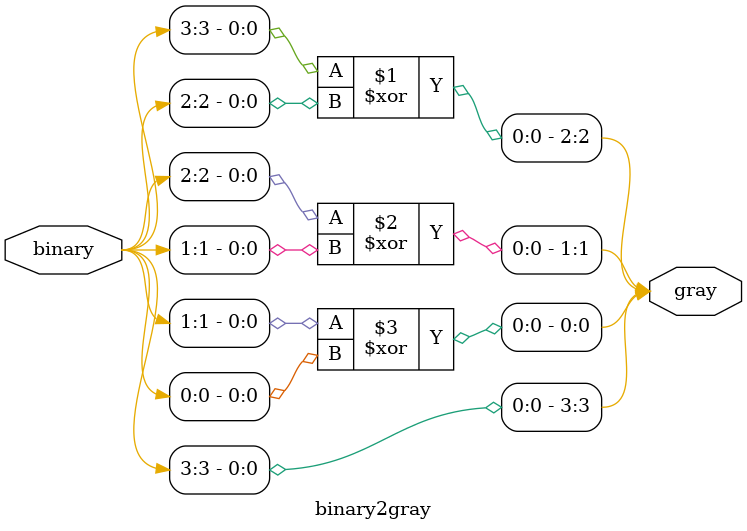
<source format=v>
`timescale 1ns / 1ps
module binary2gray(gray,binary);
output [3:0]gray;
input [3:0]binary;
assign gray[3] = binary[3];
assign gray[2] = binary[3] ^ binary[2];
assign gray[1] = binary[2] ^ binary[1];
assign gray[0] = binary[1] ^ binary[0];
endmodule

</source>
